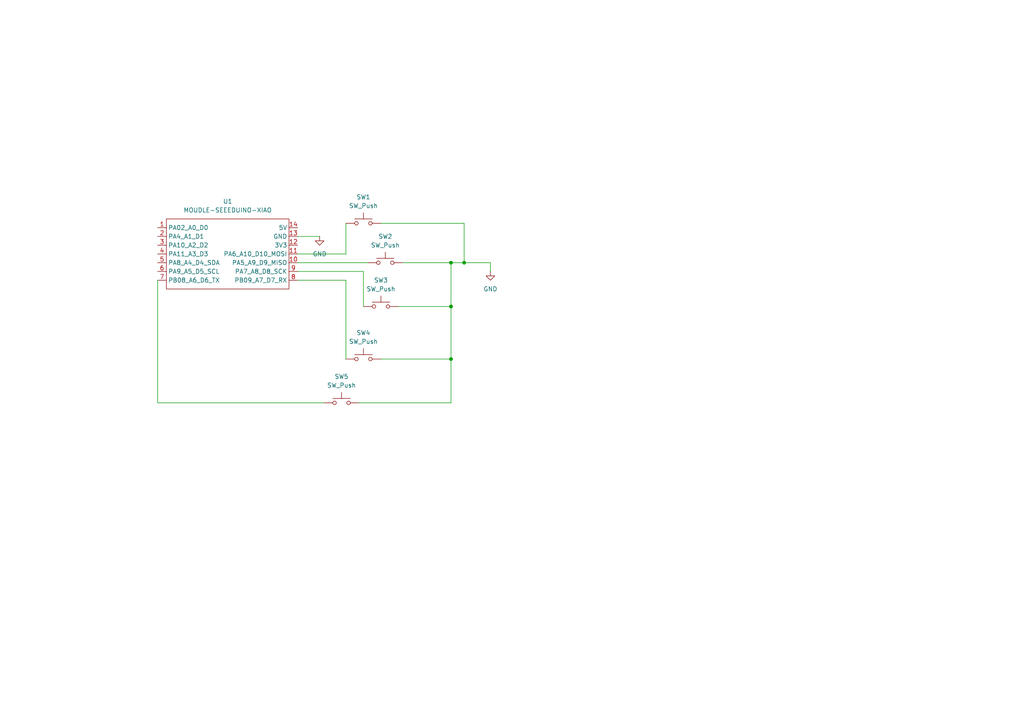
<source format=kicad_sch>
(kicad_sch
	(version 20231120)
	(generator "eeschema")
	(generator_version "8.0")
	(uuid "995d2cb9-2472-40ad-963f-043b1c5344f0")
	(paper "A4")
	(lib_symbols
		(symbol "Switch:SW_Push"
			(pin_numbers hide)
			(pin_names
				(offset 1.016) hide)
			(exclude_from_sim no)
			(in_bom yes)
			(on_board yes)
			(property "Reference" "SW"
				(at 1.27 2.54 0)
				(effects
					(font
						(size 1.27 1.27)
					)
					(justify left)
				)
			)
			(property "Value" "SW_Push"
				(at 0 -1.524 0)
				(effects
					(font
						(size 1.27 1.27)
					)
				)
			)
			(property "Footprint" ""
				(at 0 5.08 0)
				(effects
					(font
						(size 1.27 1.27)
					)
					(hide yes)
				)
			)
			(property "Datasheet" "~"
				(at 0 5.08 0)
				(effects
					(font
						(size 1.27 1.27)
					)
					(hide yes)
				)
			)
			(property "Description" "Push button switch, generic, two pins"
				(at 0 0 0)
				(effects
					(font
						(size 1.27 1.27)
					)
					(hide yes)
				)
			)
			(property "ki_keywords" "switch normally-open pushbutton push-button"
				(at 0 0 0)
				(effects
					(font
						(size 1.27 1.27)
					)
					(hide yes)
				)
			)
			(symbol "SW_Push_0_1"
				(circle
					(center -2.032 0)
					(radius 0.508)
					(stroke
						(width 0)
						(type default)
					)
					(fill
						(type none)
					)
				)
				(polyline
					(pts
						(xy 0 1.27) (xy 0 3.048)
					)
					(stroke
						(width 0)
						(type default)
					)
					(fill
						(type none)
					)
				)
				(polyline
					(pts
						(xy 2.54 1.27) (xy -2.54 1.27)
					)
					(stroke
						(width 0)
						(type default)
					)
					(fill
						(type none)
					)
				)
				(circle
					(center 2.032 0)
					(radius 0.508)
					(stroke
						(width 0)
						(type default)
					)
					(fill
						(type none)
					)
				)
				(pin passive line
					(at -5.08 0 0)
					(length 2.54)
					(name "1"
						(effects
							(font
								(size 1.27 1.27)
							)
						)
					)
					(number "1"
						(effects
							(font
								(size 1.27 1.27)
							)
						)
					)
				)
				(pin passive line
					(at 5.08 0 180)
					(length 2.54)
					(name "2"
						(effects
							(font
								(size 1.27 1.27)
							)
						)
					)
					(number "2"
						(effects
							(font
								(size 1.27 1.27)
							)
						)
					)
				)
			)
		)
		(symbol "XIAO_RP2040:MOUDLE-SEEEDUINO-XIAO"
			(exclude_from_sim no)
			(in_bom yes)
			(on_board yes)
			(property "Reference" "U"
				(at -16.51 11.43 0)
				(effects
					(font
						(size 1.27 1.27)
					)
				)
			)
			(property "Value" "MOUDLE-SEEEDUINO-XIAO"
				(at -3.81 -11.43 0)
				(effects
					(font
						(size 1.27 1.27)
					)
				)
			)
			(property "Footprint" ""
				(at -16.51 2.54 0)
				(effects
					(font
						(size 1.27 1.27)
					)
					(hide yes)
				)
			)
			(property "Datasheet" ""
				(at -16.51 2.54 0)
				(effects
					(font
						(size 1.27 1.27)
					)
					(hide yes)
				)
			)
			(property "Description" ""
				(at 0 0 0)
				(effects
					(font
						(size 1.27 1.27)
					)
					(hide yes)
				)
			)
			(symbol "MOUDLE-SEEEDUINO-XIAO_0_1"
				(rectangle
					(start -16.51 10.16)
					(end 19.05 -10.16)
					(stroke
						(width 0)
						(type default)
					)
					(fill
						(type none)
					)
				)
			)
			(symbol "MOUDLE-SEEEDUINO-XIAO_1_1"
				(pin passive line
					(at -19.05 7.62 0)
					(length 2.54)
					(name "PA02_A0_D0"
						(effects
							(font
								(size 1.27 1.27)
							)
						)
					)
					(number "1"
						(effects
							(font
								(size 1.27 1.27)
							)
						)
					)
				)
				(pin passive line
					(at 21.59 -2.54 180)
					(length 2.54)
					(name "PA5_A9_D9_MISO"
						(effects
							(font
								(size 1.27 1.27)
							)
						)
					)
					(number "10"
						(effects
							(font
								(size 1.27 1.27)
							)
						)
					)
				)
				(pin passive line
					(at 21.59 0 180)
					(length 2.54)
					(name "PA6_A10_D10_MOSI"
						(effects
							(font
								(size 1.27 1.27)
							)
						)
					)
					(number "11"
						(effects
							(font
								(size 1.27 1.27)
							)
						)
					)
				)
				(pin passive line
					(at 21.59 2.54 180)
					(length 2.54)
					(name "3V3"
						(effects
							(font
								(size 1.27 1.27)
							)
						)
					)
					(number "12"
						(effects
							(font
								(size 1.27 1.27)
							)
						)
					)
				)
				(pin passive line
					(at 21.59 5.08 180)
					(length 2.54)
					(name "GND"
						(effects
							(font
								(size 1.27 1.27)
							)
						)
					)
					(number "13"
						(effects
							(font
								(size 1.27 1.27)
							)
						)
					)
				)
				(pin passive line
					(at 21.59 7.62 180)
					(length 2.54)
					(name "5V"
						(effects
							(font
								(size 1.27 1.27)
							)
						)
					)
					(number "14"
						(effects
							(font
								(size 1.27 1.27)
							)
						)
					)
				)
				(pin passive line
					(at -19.05 5.08 0)
					(length 2.54)
					(name "PA4_A1_D1"
						(effects
							(font
								(size 1.27 1.27)
							)
						)
					)
					(number "2"
						(effects
							(font
								(size 1.27 1.27)
							)
						)
					)
				)
				(pin passive line
					(at -19.05 2.54 0)
					(length 2.54)
					(name "PA10_A2_D2"
						(effects
							(font
								(size 1.27 1.27)
							)
						)
					)
					(number "3"
						(effects
							(font
								(size 1.27 1.27)
							)
						)
					)
				)
				(pin passive line
					(at -19.05 0 0)
					(length 2.54)
					(name "PA11_A3_D3"
						(effects
							(font
								(size 1.27 1.27)
							)
						)
					)
					(number "4"
						(effects
							(font
								(size 1.27 1.27)
							)
						)
					)
				)
				(pin passive line
					(at -19.05 -2.54 0)
					(length 2.54)
					(name "PA8_A4_D4_SDA"
						(effects
							(font
								(size 1.27 1.27)
							)
						)
					)
					(number "5"
						(effects
							(font
								(size 1.27 1.27)
							)
						)
					)
				)
				(pin passive line
					(at -19.05 -5.08 0)
					(length 2.54)
					(name "PA9_A5_D5_SCL"
						(effects
							(font
								(size 1.27 1.27)
							)
						)
					)
					(number "6"
						(effects
							(font
								(size 1.27 1.27)
							)
						)
					)
				)
				(pin passive line
					(at -19.05 -7.62 0)
					(length 2.54)
					(name "PB08_A6_D6_TX"
						(effects
							(font
								(size 1.27 1.27)
							)
						)
					)
					(number "7"
						(effects
							(font
								(size 1.27 1.27)
							)
						)
					)
				)
				(pin passive line
					(at 21.59 -7.62 180)
					(length 2.54)
					(name "PB09_A7_D7_RX"
						(effects
							(font
								(size 1.27 1.27)
							)
						)
					)
					(number "8"
						(effects
							(font
								(size 1.27 1.27)
							)
						)
					)
				)
				(pin passive line
					(at 21.59 -5.08 180)
					(length 2.54)
					(name "PA7_A8_D8_SCK"
						(effects
							(font
								(size 1.27 1.27)
							)
						)
					)
					(number "9"
						(effects
							(font
								(size 1.27 1.27)
							)
						)
					)
				)
			)
		)
		(symbol "power:GND"
			(power)
			(pin_numbers hide)
			(pin_names
				(offset 0) hide)
			(exclude_from_sim no)
			(in_bom yes)
			(on_board yes)
			(property "Reference" "#PWR"
				(at 0 -6.35 0)
				(effects
					(font
						(size 1.27 1.27)
					)
					(hide yes)
				)
			)
			(property "Value" "GND"
				(at 0 -3.81 0)
				(effects
					(font
						(size 1.27 1.27)
					)
				)
			)
			(property "Footprint" ""
				(at 0 0 0)
				(effects
					(font
						(size 1.27 1.27)
					)
					(hide yes)
				)
			)
			(property "Datasheet" ""
				(at 0 0 0)
				(effects
					(font
						(size 1.27 1.27)
					)
					(hide yes)
				)
			)
			(property "Description" "Power symbol creates a global label with name \"GND\" , ground"
				(at 0 0 0)
				(effects
					(font
						(size 1.27 1.27)
					)
					(hide yes)
				)
			)
			(property "ki_keywords" "global power"
				(at 0 0 0)
				(effects
					(font
						(size 1.27 1.27)
					)
					(hide yes)
				)
			)
			(symbol "GND_0_1"
				(polyline
					(pts
						(xy 0 0) (xy 0 -1.27) (xy 1.27 -1.27) (xy 0 -2.54) (xy -1.27 -1.27) (xy 0 -1.27)
					)
					(stroke
						(width 0)
						(type default)
					)
					(fill
						(type none)
					)
				)
			)
			(symbol "GND_1_1"
				(pin power_in line
					(at 0 0 270)
					(length 0)
					(name "~"
						(effects
							(font
								(size 1.27 1.27)
							)
						)
					)
					(number "1"
						(effects
							(font
								(size 1.27 1.27)
							)
						)
					)
				)
			)
		)
	)
	(junction
		(at 130.81 104.14)
		(diameter 0)
		(color 0 0 0 0)
		(uuid "1269249f-1da0-40fb-8886-49be76ec6677")
	)
	(junction
		(at 134.62 76.2)
		(diameter 0)
		(color 0 0 0 0)
		(uuid "141d289f-35be-42d6-b525-4384f39e71ba")
	)
	(junction
		(at 130.81 76.2)
		(diameter 0)
		(color 0 0 0 0)
		(uuid "58479749-516e-4155-8809-9d0db119efe8")
	)
	(junction
		(at 130.81 88.9)
		(diameter 0)
		(color 0 0 0 0)
		(uuid "be76364c-2c39-4161-ae55-628a8067872a")
	)
	(wire
		(pts
			(xy 142.24 76.2) (xy 142.24 78.74)
		)
		(stroke
			(width 0)
			(type default)
		)
		(uuid "0002f88e-fe23-4b66-8062-d1c3c324b9fc")
	)
	(wire
		(pts
			(xy 130.81 88.9) (xy 130.81 76.2)
		)
		(stroke
			(width 0)
			(type default)
		)
		(uuid "02eacfc5-6fcf-47a7-8ee9-c50d005e3fc4")
	)
	(wire
		(pts
			(xy 45.72 81.28) (xy 45.72 116.84)
		)
		(stroke
			(width 0)
			(type default)
		)
		(uuid "0815f8e0-1266-4a28-8c65-011abb15ce1a")
	)
	(wire
		(pts
			(xy 142.24 76.2) (xy 134.62 76.2)
		)
		(stroke
			(width 0)
			(type default)
		)
		(uuid "1b1ff35d-62c2-47c5-bb03-91bcac357e61")
	)
	(wire
		(pts
			(xy 130.81 104.14) (xy 130.81 88.9)
		)
		(stroke
			(width 0)
			(type default)
		)
		(uuid "3123cf26-2345-4042-b26b-8a10e492b934")
	)
	(wire
		(pts
			(xy 86.36 78.74) (xy 105.41 78.74)
		)
		(stroke
			(width 0)
			(type default)
		)
		(uuid "57ec7a24-32a6-4659-a5b4-d41ca97650ec")
	)
	(wire
		(pts
			(xy 104.14 116.84) (xy 130.81 116.84)
		)
		(stroke
			(width 0)
			(type default)
		)
		(uuid "6770cbae-5994-4e7e-8e02-a713541c1e8f")
	)
	(wire
		(pts
			(xy 130.81 76.2) (xy 134.62 76.2)
		)
		(stroke
			(width 0)
			(type default)
		)
		(uuid "68167831-5742-4f01-9de6-75639e96a28c")
	)
	(wire
		(pts
			(xy 86.36 81.28) (xy 100.33 81.28)
		)
		(stroke
			(width 0)
			(type default)
		)
		(uuid "6eaee06b-e479-4f4f-bdc4-5e56a80a5194")
	)
	(wire
		(pts
			(xy 86.36 68.58) (xy 92.71 68.58)
		)
		(stroke
			(width 0)
			(type default)
		)
		(uuid "797c7e4f-a690-45d5-8377-c4b4636787ca")
	)
	(wire
		(pts
			(xy 100.33 81.28) (xy 100.33 104.14)
		)
		(stroke
			(width 0)
			(type default)
		)
		(uuid "8200fdd4-3b4d-45e8-a8e8-0014d6409d18")
	)
	(wire
		(pts
			(xy 115.57 88.9) (xy 130.81 88.9)
		)
		(stroke
			(width 0)
			(type default)
		)
		(uuid "8818deb6-be13-45a8-b88b-4695c665d79a")
	)
	(wire
		(pts
			(xy 116.84 76.2) (xy 130.81 76.2)
		)
		(stroke
			(width 0)
			(type default)
		)
		(uuid "89831df3-844f-49d5-944e-5d60cdc11c34")
	)
	(wire
		(pts
			(xy 134.62 64.77) (xy 134.62 76.2)
		)
		(stroke
			(width 0)
			(type default)
		)
		(uuid "8dd94096-849d-4ca2-9489-30c26982430e")
	)
	(wire
		(pts
			(xy 110.49 64.77) (xy 134.62 64.77)
		)
		(stroke
			(width 0)
			(type default)
		)
		(uuid "8e0e2cf7-42d7-4e0b-8847-4945d7dde5da")
	)
	(wire
		(pts
			(xy 45.72 116.84) (xy 93.98 116.84)
		)
		(stroke
			(width 0)
			(type default)
		)
		(uuid "91a5163e-a07a-4973-b1ca-cf5b232e2e9e")
	)
	(wire
		(pts
			(xy 100.33 73.66) (xy 100.33 64.77)
		)
		(stroke
			(width 0)
			(type default)
		)
		(uuid "9322c3a7-a0e9-4211-b5ca-e55539697159")
	)
	(wire
		(pts
			(xy 86.36 76.2) (xy 106.68 76.2)
		)
		(stroke
			(width 0)
			(type default)
		)
		(uuid "a56774f0-7e87-4005-8a53-94766703a27d")
	)
	(wire
		(pts
			(xy 105.41 78.74) (xy 105.41 88.9)
		)
		(stroke
			(width 0)
			(type default)
		)
		(uuid "c395b9e0-52ac-4db1-8bd8-d02ed21db993")
	)
	(wire
		(pts
			(xy 130.81 116.84) (xy 130.81 104.14)
		)
		(stroke
			(width 0)
			(type default)
		)
		(uuid "ce857f2a-b925-4c2e-8dde-fa4614f807d4")
	)
	(wire
		(pts
			(xy 86.36 73.66) (xy 100.33 73.66)
		)
		(stroke
			(width 0)
			(type default)
		)
		(uuid "e47d7a0e-90dd-48de-8e7f-6e09d9215ca8")
	)
	(wire
		(pts
			(xy 110.49 104.14) (xy 130.81 104.14)
		)
		(stroke
			(width 0)
			(type default)
		)
		(uuid "f5660e51-ac8d-47f5-bb47-ae04a14d768d")
	)
	(symbol
		(lib_id "XIAO_RP2040:MOUDLE-SEEEDUINO-XIAO")
		(at 64.77 73.66 0)
		(unit 1)
		(exclude_from_sim no)
		(in_bom yes)
		(on_board yes)
		(dnp no)
		(fields_autoplaced yes)
		(uuid "00944f3e-9843-402d-945c-062a922f51ea")
		(property "Reference" "U1"
			(at 66.04 58.42 0)
			(effects
				(font
					(size 1.27 1.27)
				)
			)
		)
		(property "Value" "MOUDLE-SEEEDUINO-XIAO"
			(at 66.04 60.96 0)
			(effects
				(font
					(size 1.27 1.27)
				)
			)
		)
		(property "Footprint" "footprints:XIAO-Generic-Hybrid-14P-2.54-21X17.8MM"
			(at 48.26 71.12 0)
			(effects
				(font
					(size 1.27 1.27)
				)
				(hide yes)
			)
		)
		(property "Datasheet" ""
			(at 48.26 71.12 0)
			(effects
				(font
					(size 1.27 1.27)
				)
				(hide yes)
			)
		)
		(property "Description" ""
			(at 64.77 73.66 0)
			(effects
				(font
					(size 1.27 1.27)
				)
				(hide yes)
			)
		)
		(pin "13"
			(uuid "a8544f95-fb41-448e-89c7-0300503ef42b")
		)
		(pin "3"
			(uuid "aa056e73-2a36-4605-91e7-ebc231614578")
		)
		(pin "8"
			(uuid "3ddd0f23-0168-487b-8d83-52edad92ed1c")
		)
		(pin "5"
			(uuid "96b1e086-fb99-4cff-b079-650c00a6b268")
		)
		(pin "2"
			(uuid "e6d04db8-097c-410c-8edf-ba438fcb47f5")
		)
		(pin "7"
			(uuid "11aba4fb-ce25-4447-8a6c-9f92df42bbff")
		)
		(pin "1"
			(uuid "c57d2a39-97a2-41a8-a11a-ad66446a4136")
		)
		(pin "9"
			(uuid "21880593-3d9d-4f25-a619-2285a0ef4a5d")
		)
		(pin "10"
			(uuid "9483d80d-c43d-4ebf-8a0f-0e6b1e9ef06f")
		)
		(pin "4"
			(uuid "803f95a6-9f83-4784-bf64-35e40c2d9921")
		)
		(pin "6"
			(uuid "aa4ec553-485a-4f66-896e-3704362f21b3")
		)
		(pin "12"
			(uuid "bc6d4652-c068-46ea-a7bf-ac58c4a18f51")
		)
		(pin "14"
			(uuid "2988bdb2-833c-4f4f-94b4-caa9cb8606fa")
		)
		(pin "11"
			(uuid "1547c779-83b2-40d6-88b7-cccc19fb0549")
		)
		(instances
			(project ""
				(path "/995d2cb9-2472-40ad-963f-043b1c5344f0"
					(reference "U1")
					(unit 1)
				)
			)
		)
	)
	(symbol
		(lib_id "Switch:SW_Push")
		(at 110.49 88.9 0)
		(unit 1)
		(exclude_from_sim no)
		(in_bom yes)
		(on_board yes)
		(dnp no)
		(fields_autoplaced yes)
		(uuid "23bbdc1e-318a-4bd9-8102-e5ea9af22701")
		(property "Reference" "SW3"
			(at 110.49 81.28 0)
			(effects
				(font
					(size 1.27 1.27)
				)
			)
		)
		(property "Value" "SW_Push"
			(at 110.49 83.82 0)
			(effects
				(font
					(size 1.27 1.27)
				)
			)
		)
		(property "Footprint" "Button_Switch_Keyboard:SW_Cherry_MX_1.00u_PCB"
			(at 110.49 83.82 0)
			(effects
				(font
					(size 1.27 1.27)
				)
				(hide yes)
			)
		)
		(property "Datasheet" "~"
			(at 110.49 83.82 0)
			(effects
				(font
					(size 1.27 1.27)
				)
				(hide yes)
			)
		)
		(property "Description" "Push button switch, generic, two pins"
			(at 110.49 88.9 0)
			(effects
				(font
					(size 1.27 1.27)
				)
				(hide yes)
			)
		)
		(pin "2"
			(uuid "d7738326-bda6-4b24-a9c3-7eba272d78bb")
		)
		(pin "1"
			(uuid "2652578d-5258-4c76-a450-de6decc6529e")
		)
		(instances
			(project "Hackpad"
				(path "/995d2cb9-2472-40ad-963f-043b1c5344f0"
					(reference "SW3")
					(unit 1)
				)
			)
		)
	)
	(symbol
		(lib_id "Switch:SW_Push")
		(at 105.41 64.77 0)
		(unit 1)
		(exclude_from_sim no)
		(in_bom yes)
		(on_board yes)
		(dnp no)
		(fields_autoplaced yes)
		(uuid "31171cd8-d08a-4fb3-898a-6ddd9900ffbd")
		(property "Reference" "SW1"
			(at 105.41 57.15 0)
			(effects
				(font
					(size 1.27 1.27)
				)
			)
		)
		(property "Value" "SW_Push"
			(at 105.41 59.69 0)
			(effects
				(font
					(size 1.27 1.27)
				)
			)
		)
		(property "Footprint" "Button_Switch_Keyboard:SW_Cherry_MX_1.00u_PCB"
			(at 105.41 59.69 0)
			(effects
				(font
					(size 1.27 1.27)
				)
				(hide yes)
			)
		)
		(property "Datasheet" "~"
			(at 105.41 59.69 0)
			(effects
				(font
					(size 1.27 1.27)
				)
				(hide yes)
			)
		)
		(property "Description" "Push button switch, generic, two pins"
			(at 105.41 64.77 0)
			(effects
				(font
					(size 1.27 1.27)
				)
				(hide yes)
			)
		)
		(pin "2"
			(uuid "86be7298-cfbd-4fec-ba87-5709a06595bc")
		)
		(pin "1"
			(uuid "6aa7a390-bc36-4d06-8ae8-c3d5f0ce172c")
		)
		(instances
			(project ""
				(path "/995d2cb9-2472-40ad-963f-043b1c5344f0"
					(reference "SW1")
					(unit 1)
				)
			)
		)
	)
	(symbol
		(lib_id "power:GND")
		(at 142.24 78.74 0)
		(unit 1)
		(exclude_from_sim no)
		(in_bom yes)
		(on_board yes)
		(dnp no)
		(fields_autoplaced yes)
		(uuid "3f8a9e1e-b3ac-42b0-af5d-bf6889aab4d1")
		(property "Reference" "#PWR01"
			(at 142.24 85.09 0)
			(effects
				(font
					(size 1.27 1.27)
				)
				(hide yes)
			)
		)
		(property "Value" "GND"
			(at 142.24 83.82 0)
			(effects
				(font
					(size 1.27 1.27)
				)
			)
		)
		(property "Footprint" ""
			(at 142.24 78.74 0)
			(effects
				(font
					(size 1.27 1.27)
				)
				(hide yes)
			)
		)
		(property "Datasheet" ""
			(at 142.24 78.74 0)
			(effects
				(font
					(size 1.27 1.27)
				)
				(hide yes)
			)
		)
		(property "Description" "Power symbol creates a global label with name \"GND\" , ground"
			(at 142.24 78.74 0)
			(effects
				(font
					(size 1.27 1.27)
				)
				(hide yes)
			)
		)
		(pin "1"
			(uuid "f862a062-6eba-4777-af83-935877a691d5")
		)
		(instances
			(project ""
				(path "/995d2cb9-2472-40ad-963f-043b1c5344f0"
					(reference "#PWR01")
					(unit 1)
				)
			)
		)
	)
	(symbol
		(lib_id "Switch:SW_Push")
		(at 99.06 116.84 0)
		(unit 1)
		(exclude_from_sim no)
		(in_bom yes)
		(on_board yes)
		(dnp no)
		(fields_autoplaced yes)
		(uuid "43b4a1a2-bdbf-48bb-baed-385f9b3af79e")
		(property "Reference" "SW5"
			(at 99.06 109.22 0)
			(effects
				(font
					(size 1.27 1.27)
				)
			)
		)
		(property "Value" "SW_Push"
			(at 99.06 111.76 0)
			(effects
				(font
					(size 1.27 1.27)
				)
			)
		)
		(property "Footprint" "Button_Switch_Keyboard:SW_Cherry_MX_1.00u_PCB"
			(at 99.06 111.76 0)
			(effects
				(font
					(size 1.27 1.27)
				)
				(hide yes)
			)
		)
		(property "Datasheet" "~"
			(at 99.06 111.76 0)
			(effects
				(font
					(size 1.27 1.27)
				)
				(hide yes)
			)
		)
		(property "Description" "Push button switch, generic, two pins"
			(at 99.06 116.84 0)
			(effects
				(font
					(size 1.27 1.27)
				)
				(hide yes)
			)
		)
		(pin "2"
			(uuid "ef91a543-60fc-438e-be79-d84124991862")
		)
		(pin "1"
			(uuid "6d19897d-6fe9-4b57-81a5-ef7ca11da1d9")
		)
		(instances
			(project "Hackpad"
				(path "/995d2cb9-2472-40ad-963f-043b1c5344f0"
					(reference "SW5")
					(unit 1)
				)
			)
		)
	)
	(symbol
		(lib_id "power:GND")
		(at 92.71 68.58 0)
		(unit 1)
		(exclude_from_sim no)
		(in_bom yes)
		(on_board yes)
		(dnp no)
		(uuid "8670143f-7ff6-43a2-9ff8-8ad66c3b1aee")
		(property "Reference" "#PWR02"
			(at 92.71 74.93 0)
			(effects
				(font
					(size 1.27 1.27)
				)
				(hide yes)
			)
		)
		(property "Value" "GND"
			(at 92.71 73.66 0)
			(effects
				(font
					(size 1.27 1.27)
				)
			)
		)
		(property "Footprint" ""
			(at 92.71 68.58 0)
			(effects
				(font
					(size 1.27 1.27)
				)
				(hide yes)
			)
		)
		(property "Datasheet" ""
			(at 92.71 68.58 0)
			(effects
				(font
					(size 1.27 1.27)
				)
				(hide yes)
			)
		)
		(property "Description" "Power symbol creates a global label with name \"GND\" , ground"
			(at 92.71 68.58 0)
			(effects
				(font
					(size 1.27 1.27)
				)
				(hide yes)
			)
		)
		(pin "1"
			(uuid "fb5d8a09-b098-4681-ab66-6a0f6031da67")
		)
		(instances
			(project ""
				(path "/995d2cb9-2472-40ad-963f-043b1c5344f0"
					(reference "#PWR02")
					(unit 1)
				)
			)
		)
	)
	(symbol
		(lib_id "Switch:SW_Push")
		(at 111.76 76.2 0)
		(unit 1)
		(exclude_from_sim no)
		(in_bom yes)
		(on_board yes)
		(dnp no)
		(fields_autoplaced yes)
		(uuid "eb2a7b8e-c42a-4329-955b-863899c93d51")
		(property "Reference" "SW2"
			(at 111.76 68.58 0)
			(effects
				(font
					(size 1.27 1.27)
				)
			)
		)
		(property "Value" "SW_Push"
			(at 111.76 71.12 0)
			(effects
				(font
					(size 1.27 1.27)
				)
			)
		)
		(property "Footprint" "Button_Switch_Keyboard:SW_Cherry_MX_1.00u_PCB"
			(at 111.76 71.12 0)
			(effects
				(font
					(size 1.27 1.27)
				)
				(hide yes)
			)
		)
		(property "Datasheet" "~"
			(at 111.76 71.12 0)
			(effects
				(font
					(size 1.27 1.27)
				)
				(hide yes)
			)
		)
		(property "Description" "Push button switch, generic, two pins"
			(at 111.76 76.2 0)
			(effects
				(font
					(size 1.27 1.27)
				)
				(hide yes)
			)
		)
		(pin "2"
			(uuid "c48a0a12-4ca1-4966-a0c4-af4bbc61298c")
		)
		(pin "1"
			(uuid "97ada56b-a3a6-4a42-baba-619c2b4af259")
		)
		(instances
			(project "Hackpad"
				(path "/995d2cb9-2472-40ad-963f-043b1c5344f0"
					(reference "SW2")
					(unit 1)
				)
			)
		)
	)
	(symbol
		(lib_id "Switch:SW_Push")
		(at 105.41 104.14 0)
		(unit 1)
		(exclude_from_sim no)
		(in_bom yes)
		(on_board yes)
		(dnp no)
		(fields_autoplaced yes)
		(uuid "f72c1818-18f5-4660-b854-46f4f969ca33")
		(property "Reference" "SW4"
			(at 105.41 96.52 0)
			(effects
				(font
					(size 1.27 1.27)
				)
			)
		)
		(property "Value" "SW_Push"
			(at 105.41 99.06 0)
			(effects
				(font
					(size 1.27 1.27)
				)
			)
		)
		(property "Footprint" "Button_Switch_Keyboard:SW_Cherry_MX_1.00u_PCB"
			(at 105.41 99.06 0)
			(effects
				(font
					(size 1.27 1.27)
				)
				(hide yes)
			)
		)
		(property "Datasheet" "~"
			(at 105.41 99.06 0)
			(effects
				(font
					(size 1.27 1.27)
				)
				(hide yes)
			)
		)
		(property "Description" "Push button switch, generic, two pins"
			(at 105.41 104.14 0)
			(effects
				(font
					(size 1.27 1.27)
				)
				(hide yes)
			)
		)
		(pin "2"
			(uuid "4029c1f6-b649-4740-b30f-334c4119d343")
		)
		(pin "1"
			(uuid "60908aab-3527-45d5-8a7b-fe8556f5d92d")
		)
		(instances
			(project "Hackpad"
				(path "/995d2cb9-2472-40ad-963f-043b1c5344f0"
					(reference "SW4")
					(unit 1)
				)
			)
		)
	)
	(sheet_instances
		(path "/"
			(page "1")
		)
	)
)

</source>
